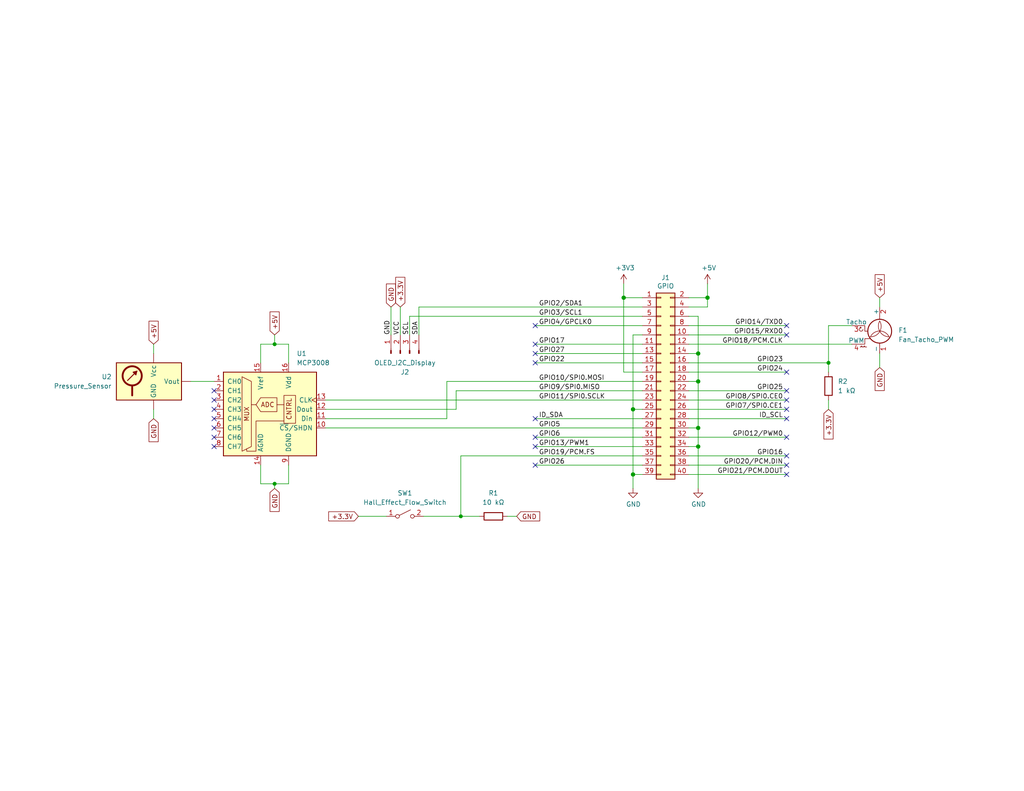
<source format=kicad_sch>
(kicad_sch (version 20230121) (generator eeschema)
  (paper "USLetter")
  (title_block (title "Chance of Showers") (date "2023-11-26") (company "Matthew Epland"))
  (lib_symbols
    (symbol "Analog_ADC:MCP3008" (pin_names (offset 1.016))
      (property "Reference" "U" (at -5.08 13.335 0))
      (property "Value" "MCP3008" (at -5.08 11.43 0))
      (symbol "MCP3008_0_0"
        (text "ADC" (at -0.635 1.27 0) (effects (font (size 1.27 1.27))))
        (text "CNTRL" (at 5.969 -2.921 900) (effects (font (size 1.27 1.27)) (justify left bottom)))
        (text "MUX" (at -6.35 -1.27 900) (effects (font (size 1.27 1.27))))
      )
      (symbol "MCP3008_0_1"
        (polyline (pts (xy -3.81 1.27) (xy -5.08 1.27)))
        (polyline (pts (xy 1.905 1.27) (xy 3.81 1.27)))
        (polyline (pts (xy -7.62 8.89) (xy -7.62 -11.43) (xy -5.08 -10.16) (xy -5.08 7.62) (xy -7.62 8.89)))
        (polyline (pts (xy 3.81 -3.175) (xy -3.81 -3.175) (xy -3.81 -11.43) (xy -6.35 -11.43) (xy -6.35 -10.795)))
        (polyline (pts (xy 1.905 3.175) (xy 1.905 -0.635) (xy -2.54 -0.635) (xy -3.81 1.27) (xy -2.54 3.175) (xy 1.905 3.175)))
        (rectangle (start 3.81 -3.81) (end 6.985 3.81))
        (rectangle (start 12.7 -12.7) (end -12.7 10.16) (stroke (width 0.254)) (fill (type background)))
      )
      (symbol "MCP3008_1_1"
        (pin input line (at -15.24 7.62 0) (length 2.54) (name "CH0") (number "1"))
        (pin input line (at 15.24 -5.08 180) (length 2.54) (name "~{CS}/SHDN") (number "10"))
        (pin input line (at 15.24 -2.54 180) (length 2.54) (name "Din") (number "11"))
        (pin output line (at 15.24 0 180) (length 2.54) (name "Dout") (number "12"))
        (pin input clock (at 15.24 2.54 180) (length 2.54) (name "CLK") (number "13"))
        (pin power_in line (at -2.54 -15.24 90) (length 2.54) (name "AGND") (number "14"))
        (pin power_in line (at -2.54 12.7 270) (length 2.54) (name "Vref") (number "15"))
        (pin power_in line (at 5.08 12.7 270) (length 2.54) (name "Vdd") (number "16"))
        (pin input line (at -15.24 5.08 0) (length 2.54) (name "CH1") (number "2"))
        (pin input line (at -15.24 2.54 0) (length 2.54) (name "CH2") (number "3"))
        (pin input line (at -15.24 0 0) (length 2.54) (name "CH3") (number "4"))
        (pin input line (at -15.24 -2.54 0) (length 2.54) (name "CH4") (number "5"))
        (pin input line (at -15.24 -5.08 0) (length 2.54) (name "CH5") (number "6"))
        (pin input line (at -15.24 -7.62 0) (length 2.54) (name "CH6") (number "7"))
        (pin input line (at -15.24 -10.16 0) (length 2.54) (name "CH7") (number "8"))
        (pin power_in line (at 5.08 -15.24 90) (length 2.54) (name "DGND") (number "9"))
      )
    )
    (symbol "Connector:Conn_01x04_Pin" (pin_names (offset 1.016) hide)
      (property "Reference" "J" (at 0 5.08 0))
      (property "Value" "Conn_01x04_Pin" (at 0 -7.62 0))
      (symbol "Conn_01x04_Pin_1_1"
        (polyline (pts (xy 1.27 -5.08) (xy 0.8636 -5.08)) (stroke (width 0.1524)))
        (polyline (pts (xy 1.27 -2.54) (xy 0.8636 -2.54)) (stroke (width 0.1524)))
        (polyline (pts (xy 1.27 0) (xy 0.8636 0)) (stroke (width 0.1524)))
        (polyline (pts (xy 1.27 2.54) (xy 0.8636 2.54)) (stroke (width 0.1524)))
        (rectangle (start 0.8636 -4.953) (end 0 -5.207) (stroke (width 0.1524)) (fill (type outline)))
        (rectangle (start 0.8636 -2.413) (end 0 -2.667) (stroke (width 0.1524)) (fill (type outline)))
        (rectangle (start 0.8636 0.127) (end 0 -0.127) (stroke (width 0.1524)) (fill (type outline)))
        (rectangle (start 0.8636 2.667) (end 0 2.413) (stroke (width 0.1524)) (fill (type outline)))
        (pin passive line (at 5.08 2.54 180) (length 3.81) (name "Pin_1") (number "1"))
        (pin passive line (at 5.08 0 180) (length 3.81) (name "Pin_2") (number "2"))
        (pin passive line (at 5.08 -2.54 180) (length 3.81) (name "Pin_3") (number "3"))
        (pin passive line (at 5.08 -5.08 180) (length 3.81) (name "Pin_4") (number "4"))
      )
    )
    (symbol "Connector_Generic:Conn_02x20_Odd_Even" (pin_names (offset 1.016) hide)
      (property "Reference" "J1" (at 1.27 28.3402 0))
      (property "Value" "GPIO" (at 1.27 26.035 0))
      (symbol "Conn_02x20_Odd_Even_1_1"
        (rectangle (start -1.27 -25.273) (end 0 -25.527) (stroke (width 0.1524)))
        (rectangle (start -1.27 -22.733) (end 0 -22.987) (stroke (width 0.1524)))
        (rectangle (start -1.27 -20.193) (end 0 -20.447) (stroke (width 0.1524)))
        (rectangle (start -1.27 -17.653) (end 0 -17.907) (stroke (width 0.1524)))
        (rectangle (start -1.27 -15.113) (end 0 -15.367) (stroke (width 0.1524)))
        (rectangle (start -1.27 -12.573) (end 0 -12.827) (stroke (width 0.1524)))
        (rectangle (start -1.27 -10.033) (end 0 -10.287) (stroke (width 0.1524)))
        (rectangle (start -1.27 -7.493) (end 0 -7.747) (stroke (width 0.1524)))
        (rectangle (start -1.27 -4.953) (end 0 -5.207) (stroke (width 0.1524)))
        (rectangle (start -1.27 -2.413) (end 0 -2.667) (stroke (width 0.1524)))
        (rectangle (start -1.27 0.127) (end 0 -0.127) (stroke (width 0.1524)))
        (rectangle (start -1.27 2.667) (end 0 2.413) (stroke (width 0.1524)))
        (rectangle (start -1.27 5.207) (end 0 4.953) (stroke (width 0.1524)))
        (rectangle (start -1.27 7.747) (end 0 7.493) (stroke (width 0.1524)))
        (rectangle (start -1.27 10.287) (end 0 10.033) (stroke (width 0.1524)))
        (rectangle (start -1.27 12.827) (end 0 12.573) (stroke (width 0.1524)))
        (rectangle (start -1.27 15.367) (end 0 15.113) (stroke (width 0.1524)))
        (rectangle (start -1.27 17.907) (end 0 17.653) (stroke (width 0.1524)))
        (rectangle (start -1.27 20.447) (end 0 20.193) (stroke (width 0.1524)))
        (rectangle (start -1.27 22.987) (end 0 22.733) (stroke (width 0.1524)))
        (rectangle (start -1.27 24.13) (end 3.81 -26.67) (stroke (width 0.254)) (fill (type background)))
        (rectangle (start 3.81 -25.273) (end 2.54 -25.527) (stroke (width 0.1524)))
        (rectangle (start 3.81 -22.733) (end 2.54 -22.987) (stroke (width 0.1524)))
        (rectangle (start 3.81 -20.193) (end 2.54 -20.447) (stroke (width 0.1524)))
        (rectangle (start 3.81 -17.653) (end 2.54 -17.907) (stroke (width 0.1524)))
        (rectangle (start 3.81 -15.113) (end 2.54 -15.367) (stroke (width 0.1524)))
        (rectangle (start 3.81 -12.573) (end 2.54 -12.827) (stroke (width 0.1524)))
        (rectangle (start 3.81 -10.033) (end 2.54 -10.287) (stroke (width 0.1524)))
        (rectangle (start 3.81 -7.493) (end 2.54 -7.747) (stroke (width 0.1524)))
        (rectangle (start 3.81 -4.953) (end 2.54 -5.207) (stroke (width 0.1524)))
        (rectangle (start 3.81 -2.413) (end 2.54 -2.667) (stroke (width 0.1524)))
        (rectangle (start 3.81 0.127) (end 2.54 -0.127) (stroke (width 0.1524)))
        (rectangle (start 3.81 2.667) (end 2.54 2.413) (stroke (width 0.1524)))
        (rectangle (start 3.81 5.207) (end 2.54 4.953) (stroke (width 0.1524)))
        (rectangle (start 3.81 7.747) (end 2.54 7.493) (stroke (width 0.1524)))
        (rectangle (start 3.81 10.287) (end 2.54 10.033) (stroke (width 0.1524)))
        (rectangle (start 3.81 12.827) (end 2.54 12.573) (stroke (width 0.1524)))
        (rectangle (start 3.81 15.367) (end 2.54 15.113) (stroke (width 0.1524)))
        (rectangle (start 3.81 17.907) (end 2.54 17.653) (stroke (width 0.1524)))
        (rectangle (start 3.81 20.447) (end 2.54 20.193) (stroke (width 0.1524)))
        (rectangle (start 3.81 22.987) (end 2.54 22.733) (stroke (width 0.1524)))
        (pin power_out line (at -5.08 22.86 0) (length 3.81) (name "+3.3V") (number "1"))
        (pin passive line (at 7.62 12.7 180) (length 3.81) (name "Pin_10") (number "10"))
        (pin passive line (at -5.08 10.16 0) (length 3.81) (name "Pin_11") (number "11"))
        (pin passive line (at 7.62 10.16 180) (length 3.81) (name "Pin_12") (number "12"))
        (pin passive line (at -5.08 7.62 0) (length 3.81) (name "Pin_13") (number "13"))
        (pin passive line (at 7.62 7.62 180) (length 3.81) (name "Pin_14") (number "14"))
        (pin passive line (at -5.08 5.08 0) (length 3.81) (name "Pin_15") (number "15"))
        (pin passive line (at 7.62 5.08 180) (length 3.81) (name "Pin_16") (number "16"))
        (pin passive line (at -5.08 2.54 0) (length 3.81) (name "Pin_17") (number "17"))
        (pin passive line (at 7.62 2.54 180) (length 3.81) (name "Pin_18") (number "18"))
        (pin passive line (at -5.08 0 0) (length 3.81) (name "Pin_19") (number "19"))
        (pin power_out line (at 7.62 22.86 180) (length 3.81) (name "+5V") (number "2"))
        (pin passive line (at 7.62 0 180) (length 3.81) (name "Pin_20") (number "20"))
        (pin passive line (at -5.08 -2.54 0) (length 3.81) (name "Pin_21") (number "21"))
        (pin passive line (at 7.62 -2.54 180) (length 3.81) (name "Pin_22") (number "22"))
        (pin passive line (at -5.08 -5.08 0) (length 3.81) (name "Pin_23") (number "23"))
        (pin passive line (at 7.62 -5.08 180) (length 3.81) (name "Pin_24") (number "24"))
        (pin passive line (at -5.08 -7.62 0) (length 3.81) (name "Pin_25") (number "25"))
        (pin passive line (at 7.62 -7.62 180) (length 3.81) (name "Pin_26") (number "26"))
        (pin passive line (at -5.08 -10.16 0) (length 3.81) (name "Pin_27") (number "27"))
        (pin passive line (at 7.62 -10.16 180) (length 3.81) (name "Pin_28") (number "28"))
        (pin passive line (at -5.08 -12.7 0) (length 3.81) (name "Pin_29") (number "29"))
        (pin passive line (at -5.08 20.32 0) (length 3.81) (name "Pin_3") (number "3"))
        (pin passive line (at 7.62 -12.7 180) (length 3.81) (name "Pin_30") (number "30"))
        (pin passive line (at -5.08 -15.24 0) (length 3.81) (name "Pin_31") (number "31"))
        (pin passive line (at 7.62 -15.24 180) (length 3.81) (name "Pin_32") (number "32"))
        (pin passive line (at -5.08 -17.78 0) (length 3.81) (name "Pin_33") (number "33"))
        (pin passive line (at 7.62 -17.78 180) (length 3.81) (name "Pin_34") (number "34"))
        (pin passive line (at -5.08 -20.32 0) (length 3.81) (name "Pin_35") (number "35"))
        (pin passive line (at 7.62 -20.32 180) (length 3.81) (name "Pin_36") (number "36"))
        (pin passive line (at -5.08 -22.86 0) (length 3.81) (name "Pin_37") (number "37"))
        (pin passive line (at 7.62 -22.86 180) (length 3.81) (name "Pin_38") (number "38"))
        (pin power_out line (at -5.08 -25.4 0) (length 3.81) (name "GND") (number "39"))
        (pin passive line (at 7.62 20.32 180) (length 3.81) (name "Pin_4") (number "4"))
        (pin passive line (at 7.62 -25.4 180) (length 3.81) (name "Pin_40") (number "40"))
        (pin passive line (at -5.08 17.78 0) (length 3.81) (name "Pin_5") (number "5"))
        (pin passive line (at 7.62 17.78 180) (length 3.81) (name "Pin_6") (number "6"))
        (pin passive line (at -5.08 15.24 0) (length 3.81) (name "Pin_7") (number "7"))
        (pin passive line (at 7.62 15.24 180) (length 3.81) (name "Pin_8") (number "8"))
        (pin passive line (at -5.08 12.7 0) (length 3.81) (name "Pin_9") (number "9"))
      )
    )
    (symbol "Device:R" (pin_numbers hide) (pin_names (offset 0))
      (property "Reference" "R" (at 2.032 0 90))
      (property "Value" "R" (at 0 0 90))
      (symbol "R_0_1"
        (rectangle (start -1.016 -2.54) (end 1.016 2.54) (stroke (width 0.254)))
      )
      (symbol "R_1_1"
        (pin passive line (at 0 3.81 270) (length 1.27) (name "~") (number "1"))
        (pin passive line (at 0 -3.81 90) (length 1.27) (name "~") (number "2"))
      )
    )
    (symbol "Motor:Fan_Tacho_PWM" (pin_names (offset 0))
      (property "Reference" "M" (at 2.54 5.08 0))
      (property "Value" "Fan_Tacho_PWM" (at 2.54 -2.54 0))
      (symbol "Fan_Tacho_PWM_0_0"
        (arc (start -5.588 1.524) (mid -5.08 1.0182) (end -4.572 1.524))
        (arc (start -5.08 2.032) (mid -5.4392 1.8832) (end -5.588 1.524))
        (polyline (pts (xy -5.08 2.032) (xy -5.334 2.159)))
        (polyline (pts (xy -5.08 2.032) (xy -5.207 1.778)))
        (polyline (pts (xy -4.064 2.54) (xy -4.064 1.016) (xy -3.302 1.016)))
      )
      (symbol "Fan_Tacho_PWM_0_1"
        (arc (start -2.54 -0.508) (mid 0.0028 0.9121) (end 0 3.81))
        (polyline (pts (xy -4.064 2.54) (xy -5.08 2.54)))
        (polyline (pts (xy 0 -5.08) (xy 0 -4.572)))
        (polyline (pts (xy 0 -2.2352) (xy 0 -2.6416)))
        (polyline (pts (xy 0 4.2672) (xy 0 4.6228)))
        (polyline (pts (xy 0 4.572) (xy 0 5.08)))
        (polyline (pts (xy -2.54 -1.016) (xy -4.064 -1.016) (xy -4.064 -2.54) (xy -5.08 -2.54)))
        (polyline (pts (xy -5.334 -3.302) (xy -5.08 -3.302) (xy -5.08 -3.048) (xy -4.826 -3.048) (xy -4.826 -3.302) (xy -4.318 -3.302) (xy -4.318 -3.048) (xy -4.064 -3.048) (xy -4.064 -3.302) (xy -3.556 -3.302)))
        (circle (center 0 1.016) (radius 3.2512) (stroke (width 0.254)))
        (arc (start 0 3.81) (mid 0.053 0.921) (end 2.54 -0.508))
        (arc (start 2.54 -0.508) (mid 0 1.0618) (end -2.54 -0.508))
      )
      (symbol "Fan_Tacho_PWM_1_1"
        (pin passive line (at 0 -5.08 90) (length 2.54) (name "-") (number "1"))
        (pin passive line (at 0 7.62 270) (length 2.54) (name "+") (number "2"))
        (pin passive line (at -7.62 2.54 0) (length 2.54) (name "Tacho") (number "3"))
        (pin input line (at -7.62 -2.54 0) (length 2.54) (name "PWM") (number "4"))
      )
    )
    (symbol "Sensor_Pressure:40PC250G" (pin_numbers hide)
      (property "Reference" "U" (at -10.16 6.35 0))
      (property "Value" "40PC250G" (at 6.35 6.35 0))
      (symbol "40PC250G_0_1"
        (circle (center -5.842 1.524) (radius 2.6162) (stroke (width 0.508)))
        (polyline (pts (xy -7.112 0.254) (xy -4.572 2.794)) (stroke (width 0.254)))
        (polyline (pts (xy -5.842 -1.27) (xy -5.842 -3.81)) (stroke (width 0.508)))
        (polyline (pts (xy -4.572 2.794) (xy -4.826 1.778) (xy -5.588 2.54) (xy -4.572 2.794)) (stroke (width 0.254)) (fill (type outline)))
        (rectangle (start 7.62 5.08) (end -10.16 -5.08) (stroke (width 0.254)) (fill (type background)))
      )
      (symbol "40PC250G_1_1"
        (pin power_in line (at 0 7.62 270) (length 2.54) (name "Vcc") (number "1"))
        (pin power_in line (at 0 -7.62 90) (length 2.54) (name "GND") (number "2"))
        (pin output line (at 10.16 0 180) (length 2.54) (name "Vout") (number "3"))
        (pin no_connect line (at -7.62 -5.08 90) (length 2.54) hide (name "NC") (number "4"))
        (pin no_connect line (at -5.08 -5.08 90) (length 2.54) hide (name "NC") (number "5"))
        (pin no_connect line (at -2.54 -5.08 90) (length 2.54) hide (name "NC") (number "6"))
      )
    )
    (symbol "Switch:SW_SPST" (pin_names (offset 0) hide)
      (property "Reference" "SW" (at 0 3.175 0))
      (property "Value" "SW_SPST" (at 0 -2.54 0))
      (symbol "SW_SPST_0_0"
        (circle (center -2.032 0) (radius 0.508))
        (polyline (pts (xy -1.524 0.254) (xy 1.524 1.778)))
        (circle (center 2.032 0) (radius 0.508))
      )
      (symbol "SW_SPST_1_1"
        (pin passive line (at -5.08 0 0) (length 2.54) (name "A") (number "1"))
        (pin passive line (at 5.08 0 180) (length 2.54) (name "B") (number "2"))
      )
    )
    (symbol "power:+3.3V" (power) (pin_names (offset 0))
      (property "Value" "+3.3V" (at 0 3.556 0))
      (symbol "+3.3V_0_1"
        (polyline (pts (xy -0.762 1.27) (xy 0 2.54)))
        (polyline (pts (xy 0 0) (xy 0 2.54)))
        (polyline (pts (xy 0 2.54) (xy 0.762 1.27)))
      )
      (symbol "+3.3V_1_1"
        (pin power_in line (at 0 0 90) (length 0) hide (name "+3V3") (number "1"))
      )
    )
    (symbol "power:+5V" (power) (pin_names (offset 0))
      (property "Value" "+5V" (at 0 3.556 0))
      (symbol "+5V_0_1"
        (polyline (pts (xy -0.762 1.27) (xy 0 2.54)))
        (polyline (pts (xy 0 0) (xy 0 2.54)))
        (polyline (pts (xy 0 2.54) (xy 0.762 1.27)))
      )
      (symbol "+5V_1_1"
        (pin power_in line (at 0 0 90) (length 0) hide (name "+5V") (number "1"))
      )
    )
    (symbol "power:GND" (power) (pin_names (offset 0))
      (property "Value" "GND" (at 0 -3.81 0))
      (symbol "GND_0_1"
        (polyline (pts (xy 0 0) (xy 0 -1.27) (xy 1.27 -1.27) (xy 0 -2.54) (xy -1.27 -1.27) (xy 0 -1.27)))
      )
      (symbol "GND_1_1"
        (pin power_in line (at 0 0 270) (length 0) hide (name "GND") (number "1"))
      )
    )
  )
  (junction (at 193.04 81.28) (diameter 1.016))
  (junction (at 190.5 96.52) (diameter 1.016))
  (junction (at 74.93 93.98))
  (junction (at 172.72 129.54) (diameter 1.016))
  (junction (at 172.72 111.76) (diameter 1.016))
  (junction (at 190.5 121.92) (diameter 1.016))
  (junction (at 226.06 99.06))
  (junction (at 190.5 116.84) (diameter 1.016))
  (junction (at 190.5 104.14) (diameter 1.016))
  (junction (at 125.73 140.97))
  (junction (at 74.93 132.08))
  (junction (at 170.18 81.28) (diameter 1.016))
  (no_connect (at 214.63 88.9))
  (no_connect (at 146.05 96.52))
  (no_connect (at 214.63 111.76))
  (no_connect (at 58.42 116.84))
  (no_connect (at 58.42 114.3))
  (no_connect (at 146.05 119.38))
  (no_connect (at 58.42 109.22))
  (no_connect (at 214.63 91.44))
  (no_connect (at 146.05 114.3))
  (no_connect (at 146.05 88.9))
  (no_connect (at 146.05 121.92))
  (no_connect (at 214.63 109.22))
  (no_connect (at 58.42 119.38))
  (no_connect (at 214.63 119.38))
  (no_connect (at 58.42 111.76))
  (no_connect (at 146.05 99.06))
  (no_connect (at 214.63 127))
  (no_connect (at 146.05 93.98))
  (no_connect (at 58.42 121.92))
  (no_connect (at 58.42 106.68))
  (no_connect (at 146.05 127))
  (no_connect (at 214.63 114.3))
  (no_connect (at 214.63 124.46))
  (no_connect (at 214.63 101.6))
  (no_connect (at 214.63 129.54))
  (no_connect (at 214.63 106.68))
  (wire (pts (xy 41.91 93.98) (xy 41.91 96.52)))
  (wire (pts (xy 172.72 111.76) (xy 172.72 129.54)))
  (wire (pts (xy 187.96 111.76) (xy 214.63 111.76)))
  (wire (pts (xy 175.26 93.98) (xy 146.05 93.98)))
  (wire (pts (xy 190.5 86.36) (xy 190.5 96.52)))
  (wire (pts (xy 190.5 104.14) (xy 187.96 104.14)))
  (wire (pts (xy 190.5 116.84) (xy 190.5 121.92)))
  (wire (pts (xy 115.57 140.97) (xy 125.73 140.97)))
  (wire (pts (xy 190.5 104.14) (xy 190.5 116.84)))
  (wire (pts (xy 187.96 88.9) (xy 214.63 88.9)))
  (wire (pts (xy 172.72 91.44) (xy 172.72 111.76)))
  (wire (pts (xy 172.72 91.44) (xy 175.26 91.44)))
  (wire (pts (xy 125.73 140.97) (xy 125.73 124.46)))
  (wire (pts (xy 124.46 106.68) (xy 175.26 106.68)))
  (wire (pts (xy 187.96 109.22) (xy 214.63 109.22)))
  (wire (pts (xy 41.91 111.76) (xy 41.91 114.3)))
  (wire (pts (xy 71.12 132.08) (xy 71.12 127)))
  (wire (pts (xy 172.72 111.76) (xy 175.26 111.76)))
  (wire (pts (xy 240.03 81.28) (xy 240.03 83.82)))
  (wire (pts (xy 78.74 127) (xy 78.74 132.08)))
  (wire (pts (xy 187.96 99.06) (xy 226.06 99.06)))
  (wire (pts (xy 226.06 88.9) (xy 226.06 99.06)))
  (wire (pts (xy 78.74 132.08) (xy 74.93 132.08)))
  (wire (pts (xy 187.96 129.54) (xy 214.63 129.54)))
  (wire (pts (xy 172.72 129.54) (xy 172.72 133.35)))
  (wire (pts (xy 146.05 96.52) (xy 175.26 96.52)))
  (wire (pts (xy 170.18 77.47) (xy 170.18 81.28)))
  (wire (pts (xy 226.06 109.22) (xy 226.06 111.76)))
  (wire (pts (xy 121.92 114.3) (xy 121.92 104.14)))
  (wire (pts (xy 240.03 96.52) (xy 240.03 100.33)))
  (wire (pts (xy 190.5 121.92) (xy 187.96 121.92)))
  (wire (pts (xy 111.76 86.36) (xy 175.26 86.36)))
  (wire (pts (xy 170.18 101.6) (xy 175.26 101.6)))
  (wire (pts (xy 114.3 83.82) (xy 175.26 83.82)))
  (wire (pts (xy 193.04 81.28) (xy 193.04 83.82)))
  (wire (pts (xy 106.68 91.44) (xy 106.68 83.82)))
  (wire (pts (xy 190.5 96.52) (xy 190.5 104.14)))
  (wire (pts (xy 187.96 93.98) (xy 232.41 93.98)))
  (wire (pts (xy 190.5 96.52) (xy 187.96 96.52)))
  (wire (pts (xy 193.04 77.47) (xy 193.04 81.28)))
  (wire (pts (xy 78.74 99.06) (xy 78.74 93.98)))
  (wire (pts (xy 146.05 88.9) (xy 175.26 88.9)))
  (wire (pts (xy 187.96 81.28) (xy 193.04 81.28)))
  (wire (pts (xy 170.18 81.28) (xy 170.18 101.6)))
  (wire (pts (xy 187.96 101.6) (xy 214.63 101.6)))
  (wire (pts (xy 187.96 91.44) (xy 214.63 91.44)))
  (wire (pts (xy 114.3 91.44) (xy 114.3 83.82)))
  (wire (pts (xy 146.05 99.06) (xy 175.26 99.06)))
  (wire (pts (xy 111.76 91.44) (xy 111.76 86.36)))
  (wire (pts (xy 71.12 93.98) (xy 71.12 99.06)))
  (wire (pts (xy 146.05 119.38) (xy 175.26 119.38)))
  (wire (pts (xy 187.96 83.82) (xy 193.04 83.82)))
  (wire (pts (xy 74.93 91.44) (xy 74.93 93.98)))
  (wire (pts (xy 125.73 124.46) (xy 175.26 124.46)))
  (wire (pts (xy 226.06 101.6) (xy 226.06 99.06)))
  (wire (pts (xy 187.96 124.46) (xy 214.63 124.46)))
  (wire (pts (xy 187.96 119.38) (xy 214.63 119.38)))
  (wire (pts (xy 172.72 129.54) (xy 175.26 129.54)))
  (wire (pts (xy 146.05 114.3) (xy 175.26 114.3)))
  (wire (pts (xy 187.96 127) (xy 214.63 127)))
  (wire (pts (xy 88.9 109.22) (xy 175.26 109.22)))
  (wire (pts (xy 190.5 86.36) (xy 187.96 86.36)))
  (wire (pts (xy 146.05 127) (xy 175.26 127)))
  (wire (pts (xy 52.07 104.14) (xy 58.42 104.14)))
  (wire (pts (xy 97.79 140.97) (xy 105.41 140.97)))
  (wire (pts (xy 88.9 116.84) (xy 175.26 116.84)))
  (wire (pts (xy 124.46 111.76) (xy 124.46 106.68)))
  (wire (pts (xy 125.73 140.97) (xy 130.81 140.97)))
  (wire (pts (xy 190.5 121.92) (xy 190.5 133.35)))
  (wire (pts (xy 74.93 93.98) (xy 71.12 93.98)))
  (wire (pts (xy 187.96 106.68) (xy 214.63 106.68)))
  (wire (pts (xy 175.26 121.92) (xy 146.05 121.92)))
  (wire (pts (xy 88.9 111.76) (xy 124.46 111.76)))
  (wire (pts (xy 190.5 116.84) (xy 187.96 116.84)))
  (wire (pts (xy 232.41 88.9) (xy 226.06 88.9)))
  (wire (pts (xy 170.18 81.28) (xy 175.26 81.28)))
  (wire (pts (xy 74.93 132.08) (xy 71.12 132.08)))
  (wire (pts (xy 88.9 114.3) (xy 121.92 114.3)))
  (wire (pts (xy 109.22 91.44) (xy 109.22 83.82)))
  (wire (pts (xy 121.92 104.14) (xy 175.26 104.14)))
  (wire (pts (xy 187.96 114.3) (xy 214.63 114.3)))
  (wire (pts (xy 78.74 93.98) (xy 74.93 93.98)))
  (wire (pts (xy 138.43 140.97) (xy 140.97 140.97)))
  (wire (pts (xy 74.93 132.08) (xy 74.93 133.35)))
  (label " ID_SDA" (at 146.05 114.3 0))
  (label " GPIO6" (at 146.05 119.38 0))
  (label "ID_SCL " (at 214.63 114.3 180))
  (label " GPIO5" (at 146.05 116.84 0))
  (label "SDA" (at 114.3 91.44 90))
  (label "GPIO21{slash}PCM.DOUT " (at 214.63 129.54 180))
  (label " GPIO19{slash}PCM.FS" (at 146.05 124.46 0))
  (label " GPIO10{slash}SPI0.MOSI" (at 146.05 104.14 0))
  (label " GPIO9{slash}SPI0.MISO" (at 146.05 106.68 0))
  (label "GPIO23 " (at 214.63 99.06 180))
  (label " GPIO4{slash}GPCLK0" (at 146.05 88.9 0))
  (label " GPIO27" (at 146.05 96.52 0))
  (label " GPIO26" (at 146.05 127 0))
  (label "GPIO14{slash}TXD0 " (at 214.63 88.9 180))
  (label "GPIO8{slash}SPI0.CE0 " (at 214.63 109.22 180))
  (label "GPIO15{slash}RXD0 " (at 214.63 91.44 180))
  (label "GPIO16 " (at 214.63 124.46 180))
  (label "VCC" (at 109.22 91.44 90))
  (label " GPIO22" (at 146.05 99.06 0))
  (label " GPIO2{slash}SDA1" (at 146.05 83.82 0))
  (label " GPIO17" (at 146.05 93.98 0))
  (label "GPIO25 " (at 214.63 106.68 180))
  (label " GPIO3{slash}SCL1" (at 146.05 86.36 0))
  (label "GPIO18{slash}PCM.CLK " (at 214.63 93.98 180))
  (label "GPIO12{slash}PWM0 " (at 214.63 119.38 180))
  (label "GND" (at 106.68 91.44 90))
  (label " GPIO13{slash}PWM1" (at 146.05 121.92 0))
  (label "GPIO20{slash}PCM.DIN " (at 214.63 127 180))
  (label "GPIO24 " (at 214.63 101.6 180))
  (label "GPIO7{slash}SPI0.CE1 " (at 214.63 111.76 180))
  (label "SCL" (at 111.76 91.44 90))
  (label " GPIO11{slash}SPI0.SCLK" (at 146.05 109.22 0))
  (global_label "+3.3V" (shape input) (at 97.79 140.97 180) (property "Intersheetrefs" "${INTERSHEET_REFS}" (effects hide)))
  (global_label "GND" (shape input) (at 240.03 100.33 270) (property "Intersheetrefs" "${INTERSHEET_REFS}" (effects hide)))
  (global_label "GND" (shape input) (at 106.68 83.82 90) (property "Intersheetrefs" "${INTERSHEET_REFS}" (effects hide)))
  (global_label "GND" (shape input) (at 140.97 140.97 0) (property "Intersheetrefs" "${INTERSHEET_REFS}" (effects hide)))
  (global_label "+5V" (shape input) (at 74.93 91.44 90) (property "Intersheetrefs" "${INTERSHEET_REFS}" (effects hide)))
  (global_label "GND" (shape input) (at 41.91 114.3 270) (property "Intersheetrefs" "${INTERSHEET_REFS}" (effects hide)))
  (global_label "GND" (shape input) (at 74.93 133.35 270) (property "Intersheetrefs" "${INTERSHEET_REFS}" (effects hide)))
  (global_label "+5V" (shape input) (at 240.03 81.28 90) (property "Intersheetrefs" "${INTERSHEET_REFS}" (effects hide)))
  (global_label "+5V" (shape input) (at 41.91 93.98 90) (property "Intersheetrefs" "${INTERSHEET_REFS}" (effects hide)))
  (global_label "+3.3V" (shape input) (at 109.22 83.82 90) (property "Intersheetrefs" "${INTERSHEET_REFS}" (effects hide)))
  (global_label "+3.3V" (shape input) (at 226.06 111.76 270) (property "Intersheetrefs" "${INTERSHEET_REFS}" (effects hide)))
  (symbol (lib_id "power:+5V") (at 193.04 77.47 0) (unit 1)
    (property "Reference" "#PWR01" (effects hide))
    (property "Value" "+5V" (at 193.4083 73.1456 0))
  )
  (symbol (lib_id "power:+3.3V") (at 170.18 77.47 0) (unit 1)
    (property "Reference" "#PWR04" (effects hide))
    (property "Value" "+3.3V" (at 170.5483 73.1456 0))
  )
  (symbol (lib_id "power:GND") (at 190.5 133.35 0) (unit 1)
    (property "Reference" "#PWR02" (effects hide))
    (property "Value" "GND" (at 190.6143 137.6744 0))
  )
  (symbol (lib_id "power:GND") (at 172.72 133.35 0) (unit 1)
    (property "Reference" "#PWR03" (effects hide))
    (property "Value" "GND" (at 172.8343 137.6744 0))
  )
  (symbol (lib_id "Connector_Generic:Conn_02x20_Odd_Even") (at 180.34 104.14 0) (unit 1)
    (property "Reference" "J1" (at 181.61 75.7998 0))
    (property "Value" "GPIO" (at 181.61 78.105 0))
    (property "Footprint" "Connector_PinSocket_2.54mm:PinSocket_2x20_P2.54mm_Vertical" (effects hide))
  )
  (symbol (lib_id "Switch:SW_SPST") (at 110.49 140.97 0) (unit 1)
    (property "Reference" "SW1" (at 110.49 134.62 0))
    (property "Value" "Hall_Effect_Flow_Switch" (at 110.49 137.16 0))
  )
  (symbol (lib_id "Sensor_Pressure:40PC250G") (at 41.91 104.14 0) (unit 1)
    (property "Reference" "U2" (at 30.48 102.87 0) (effects (justify right)))
    (property "Value" "Pressure_Sensor" (at 30.48 105.41 0) (effects (justify right)))
    (property "Datasheet" "http://www.honeywellscportal.com//index.php?ci_id=138832" (effects hide))
  )
  (symbol (lib_id "Device:R") (at 226.06 105.41 0) (unit 1)
    (property "Reference" "R2" (at 228.6 104.14 0) (effects (justify left)))
    (property "Value" "1 kΩ" (at 228.6 106.68 0) (effects (justify left)))
  )
  (symbol (lib_id "Connector:Conn_01x04_Pin") (at 109.22 96.52 90) (unit 1)
    (property "Reference" "J2" (at 110.49 101.6 90))
    (property "Value" "OLED_I2C_Display" (at 110.49 99.06 90))
    (property "Footprint" "Connector_PinHeader_2.54mm:PinHeader_1x04_P2.54mm_Vertical" (effects hide))
  )
  (symbol (lib_id "Motor:Fan_Tacho_PWM") (at 240.03 91.44 0) (unit 1)
    (property "Reference" "F1" (at 245.11 90.17 0) (effects (justify left)))
    (property "Value" "Fan_Tacho_PWM" (at 245.11 92.71 0) (effects (justify left)))
    (property "Footprint" "Connector:FanPinHeader_1x04_P2.54mm_Vertical" (effects hide))
    (property "Datasheet" "http://www.formfactors.org/developer%5Cspecs%5Crev1_2_public.pdf" (effects hide))
  )
  (symbol (lib_id "Analog_ADC:MCP3008") (at 73.66 111.76 0) (unit 1)
    (property "Reference" "U1" (at 80.9341 96.52 0) (effects (justify left)))
    (property "Value" "MCP3008" (at 80.9341 99.06 0) (effects (justify left)))
    (property "Footprint" "Package_DIP:DIP-16_W7.62mm" (effects hide))
    (property "Datasheet" "http://ww1.microchip.com/downloads/en/DeviceDoc/21295d.pdf" (effects hide))
  )
  (symbol (lib_id "Device:R") (at 134.62 140.97 90) (unit 1)
    (property "Reference" "R1" (at 134.62 134.62 90))
    (property "Value" "10 kΩ" (at 134.62 137.16 90))
  )
)
</source>
